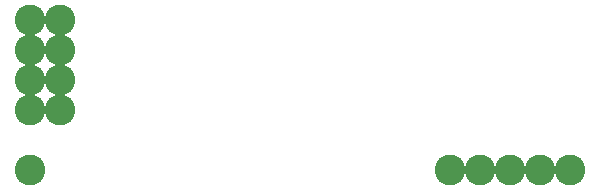
<source format=gbr>
%FSLAX34Y34*%
%MOMM*%
%LNSOLDERMASK_TOP*%
G71*
G01*
%ADD10C,2.600*%
%LPD*%
X152400Y939800D02*
G54D10*
D03*
X152400Y914400D02*
G54D10*
D03*
X152400Y889000D02*
G54D10*
D03*
X152400Y863600D02*
G54D10*
D03*
X609600Y812800D02*
G54D10*
D03*
X152400Y812800D02*
G54D10*
D03*
X584200Y812800D02*
G54D10*
D03*
X558800Y812800D02*
G54D10*
D03*
X533400Y812800D02*
G54D10*
D03*
X508000Y812800D02*
G54D10*
D03*
X177800Y939800D02*
G54D10*
D03*
X177800Y914400D02*
G54D10*
D03*
X177800Y889000D02*
G54D10*
D03*
X177800Y863600D02*
G54D10*
D03*
M02*

</source>
